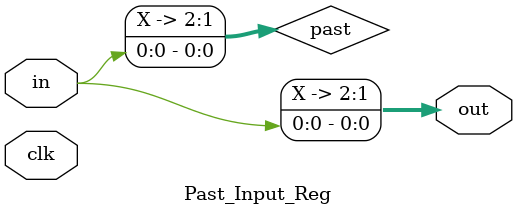
<source format=v>
`timescale 1ns / 1ps
module Past_Input_Reg(
    input clk,
    input in,
    output reg [2:0] out
    );
    reg [2:0] past = 3'b000;

    always @ (in)
    begin
        past = {past[1:0], in};
        out = past;
    end
endmodule

</source>
